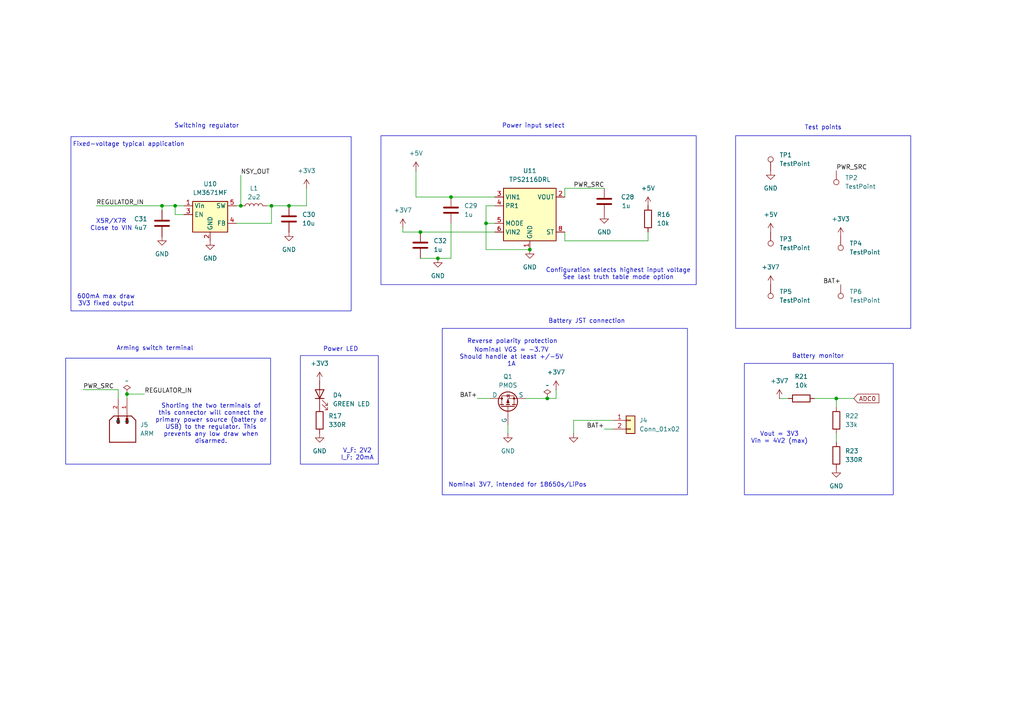
<source format=kicad_sch>
(kicad_sch (version 20231120) (generator "eeschema") (generator_version "8.0")
  (paper "A4")
  (title_block (title "Pygmy") (date "2024-11-13") (rev "A") (company "Matteo Golin"))
  (lib_symbols
    (symbol "1726480102:Minifit-JR-2pos" (pin_names (offset 1.016))
      (property "Reference" "J" (at 0 3.81 0))
      (property "Value" "Minifit-JR-2pos" (at 0 -7.62 0))
      (symbol "Minifit-JR-2pos_0_0"
        (polyline (pts (xy 0 -3.81) (xy 1.27 -5.08)) (stroke (width 0.254)))
        (polyline (pts (xy 0 -2.54) (xy 1.905 -2.54)) (stroke (width 0.254)))
        (polyline (pts (xy 0 0) (xy 0 -3.81)) (stroke (width 0.254)))
        (polyline (pts (xy 0 0) (xy 1.905 0)) (stroke (width 0.254)))
        (polyline (pts (xy 0 1.27) (xy 0 0)) (stroke (width 0.254)))
        (polyline (pts (xy 0 1.27) (xy 1.27 2.54)) (stroke (width 0.254)))
        (polyline (pts (xy 1.27 -5.08) (xy 7.62 -5.08)) (stroke (width 0.254)))
        (polyline (pts (xy 7.62 -5.08) (xy 7.62 2.54)) (stroke (width 0.254)))
        (polyline (pts (xy 7.62 2.54) (xy 1.27 2.54)) (stroke (width 0.254)))
        (rectangle (start 0.635 -2.8575) (end 2.2225 -2.2225) (stroke (width 0.1)) (fill (type outline)))
        (rectangle (start 0.635 -0.3175) (end 2.2225 0.3175) (stroke (width 0.1)) (fill (type outline)))
        (pin passive line (at -5.08 0 0) (length 5.08) (name "1") (number "1"))
        (pin passive line (at -5.08 -2.54 0) (length 5.08) (name "2") (number "2"))
      )
    )
    (symbol "Connector:TestPoint" (pin_numbers hide) (pin_names (offset 0.762) hide)
      (property "Reference" "TP" (at 0 6.858 0))
      (property "Value" "TestPoint" (at 0 5.08 0))
      (symbol "TestPoint_0_1"
        (circle (center 0 3.302) (radius 0.762))
      )
      (symbol "TestPoint_1_1"
        (pin passive line (at 0 0 90) (length 2.54) (name "1") (number "1"))
      )
    )
    (symbol "Connector_Generic:Conn_01x02" (pin_names (offset 1.016) hide)
      (property "Reference" "J" (at 0 2.54 0))
      (property "Value" "Conn_01x02" (at 0 -5.08 0))
      (symbol "Conn_01x02_1_1"
        (rectangle (start -1.27 -2.413) (end 0 -2.667) (stroke (width 0.1524)))
        (rectangle (start -1.27 0.127) (end 0 -0.127) (stroke (width 0.1524)))
        (rectangle (start -1.27 1.27) (end 1.27 -3.81) (stroke (width 0.254)) (fill (type background)))
        (pin passive line (at -5.08 0 0) (length 3.81) (name "Pin_1") (number "1"))
        (pin passive line (at -5.08 -2.54 0) (length 3.81) (name "Pin_2") (number "2"))
      )
    )
    (symbol "Device:C" (pin_numbers hide) (pin_names (offset 0.254))
      (property "Reference" "C" (at 0.635 2.54 0))
      (property "Value" "C" (at 0.635 -2.54 0))
      (symbol "C_0_1"
        (polyline (pts (xy -2.032 -0.762) (xy 2.032 -0.762)) (stroke (width 0.508)))
        (polyline (pts (xy -2.032 0.762) (xy 2.032 0.762)) (stroke (width 0.508)))
      )
      (symbol "C_1_1"
        (pin passive line (at 0 3.81 270) (length 2.794) (name "~") (number "1"))
        (pin passive line (at 0 -3.81 90) (length 2.794) (name "~") (number "2"))
      )
    )
    (symbol "Device:L" (pin_numbers hide) (pin_names (offset 1.016) hide)
      (property "Reference" "L" (at -1.27 0 90))
      (property "Value" "L" (at 1.905 0 90))
      (symbol "L_0_1"
        (arc (start 0 -2.54) (mid 0.6323 -1.905) (end 0 -1.27))
        (arc (start 0 -1.27) (mid 0.6323 -0.635) (end 0 0))
        (arc (start 0 0) (mid 0.6323 0.635) (end 0 1.27))
        (arc (start 0 1.27) (mid 0.6323 1.905) (end 0 2.54))
      )
      (symbol "L_1_1"
        (pin passive line (at 0 3.81 270) (length 1.27) (name "1") (number "1"))
        (pin passive line (at 0 -3.81 90) (length 1.27) (name "2") (number "2"))
      )
    )
    (symbol "Device:LED" (pin_numbers hide) (pin_names (offset 1.016) hide)
      (property "Reference" "D" (at 0 2.54 0))
      (property "Value" "LED" (at 0 -2.54 0))
      (symbol "LED_0_1"
        (polyline (pts (xy -1.27 -1.27) (xy -1.27 1.27)) (stroke (width 0.254)))
        (polyline (pts (xy -1.27 0) (xy 1.27 0)))
        (polyline (pts (xy 1.27 -1.27) (xy 1.27 1.27) (xy -1.27 0) (xy 1.27 -1.27)) (stroke (width 0.254)))
        (polyline (pts (xy -3.048 -0.762) (xy -4.572 -2.286) (xy -3.81 -2.286) (xy -4.572 -2.286) (xy -4.572 -1.524)))
        (polyline (pts (xy -1.778 -0.762) (xy -3.302 -2.286) (xy -2.54 -2.286) (xy -3.302 -2.286) (xy -3.302 -1.524)))
      )
      (symbol "LED_1_1"
        (pin passive line (at -3.81 0 0) (length 2.54) (name "K") (number "1"))
        (pin passive line (at 3.81 0 180) (length 2.54) (name "A") (number "2"))
      )
    )
    (symbol "Device:R" (pin_numbers hide) (pin_names (offset 0))
      (property "Reference" "R" (at 2.032 0 90))
      (property "Value" "R" (at 0 0 90))
      (symbol "R_0_1"
        (rectangle (start -1.016 -2.54) (end 1.016 2.54) (stroke (width 0.254)))
      )
      (symbol "R_1_1"
        (pin passive line (at 0 3.81 270) (length 1.27) (name "~") (number "1"))
        (pin passive line (at 0 -3.81 90) (length 1.27) (name "~") (number "2"))
      )
    )
    (symbol "Power_Management:TPS2116DRL"
      (property "Reference" "U" (at -7.874 9.144 0))
      (property "Value" "TPS2116DRL" (at 0.508 -8.89 0))
      (symbol "TPS2116DRL_0_1"
        (rectangle (start -7.62 7.62) (end 7.62 -7.62) (stroke (width 0.254)) (fill (type background)))
      )
      (symbol "TPS2116DRL_1_0"
        (pin power_out line (at 10.16 5.08 180) (length 2.54) hide (name "VOUT") (number "7"))
      )
      (symbol "TPS2116DRL_1_1"
        (pin power_in line (at 0 -10.16 90) (length 2.54) (name "GND") (number "1"))
        (pin power_out line (at 10.16 5.08 180) (length 2.54) (name "VOUT") (number "2"))
        (pin power_in line (at -10.16 5.08 0) (length 2.54) (name "VIN1") (number "3"))
        (pin input line (at -10.16 2.54 0) (length 2.54) (name "PR1") (number "4"))
        (pin input line (at -10.16 -2.54 0) (length 2.54) (name "MODE") (number "5"))
        (pin power_in line (at -10.16 -5.08 0) (length 2.54) (name "VIN2") (number "6"))
        (pin open_collector line (at 10.16 -5.08 180) (length 2.54) (name "ST") (number "8"))
      )
    )
    (symbol "Regulator_Switching:LM3670MF"
      (property "Reference" "U" (at -5.08 5.08 0))
      (property "Value" "LM3670MF" (at 0 5.08 0))
      (symbol "LM3670MF_0_1"
        (rectangle (start -5.08 3.81) (end 5.08 -5.08) (stroke (width 0.254)) (fill (type background)))
      )
      (symbol "LM3670MF_1_1"
        (pin power_in line (at -7.62 2.54 0) (length 2.54) (name "Vin") (number "1"))
        (pin power_in line (at 0 -7.62 90) (length 2.54) (name "GND") (number "2"))
        (pin input line (at -7.62 0 0) (length 2.54) (name "EN") (number "3"))
        (pin input line (at 7.62 -2.54 180) (length 2.54) (name "FB") (number "4"))
        (pin input line (at 7.62 2.54 180) (length 2.54) (name "SW") (number "5"))
      )
    )
    (symbol "Simulation_SPICE:PMOS" (pin_numbers hide) (pin_names (offset 0))
      (property "Reference" "Q1" (at 8.89 0 90))
      (property "Value" "PMOS" (at 6.35 0 90))
      (symbol "PMOS_0_1"
        (polyline (pts (xy 0.254 0) (xy -2.54 0)))
        (polyline (pts (xy 0.254 1.905) (xy 0.254 -1.905)) (stroke (width 0.254)))
        (polyline (pts (xy 0.762 -1.27) (xy 0.762 -2.286)) (stroke (width 0.254)))
        (polyline (pts (xy 0.762 0.508) (xy 0.762 -0.508)) (stroke (width 0.254)))
        (polyline (pts (xy 0.762 2.286) (xy 0.762 1.27)) (stroke (width 0.254)))
        (polyline (pts (xy 2.54 2.54) (xy 2.54 1.778)))
        (polyline (pts (xy 2.54 -2.54) (xy 2.54 0) (xy 0.762 0)))
        (polyline (pts (xy 0.762 1.778) (xy 3.302 1.778) (xy 3.302 -1.778) (xy 0.762 -1.778)))
        (polyline (pts (xy 2.286 0) (xy 1.27 0.381) (xy 1.27 -0.381) (xy 2.286 0)) (fill (type outline)))
        (polyline (pts (xy 2.794 -0.508) (xy 2.921 -0.381) (xy 3.683 -0.381) (xy 3.81 -0.254)))
        (polyline (pts (xy 3.302 -0.381) (xy 2.921 0.254) (xy 3.683 0.254) (xy 3.302 -0.381)))
        (circle (center 1.651 0) (radius 2.794) (stroke (width 0.254)))
        (circle (center 2.54 -1.778) (radius 0.254) (fill (type outline)))
        (circle (center 2.54 1.778) (radius 0.254) (fill (type outline)))
      )
      (symbol "PMOS_1_1"
        (pin input line (at -5.08 0 0) (length 2.54) (name "G") (number "1"))
        (pin passive line (at 2.54 -5.08 90) (length 2.54) (name "S") (number "2"))
        (pin passive line (at 2.54 5.08 270) (length 2.54) (name "D") (number "3"))
      )
    )
    (symbol "power:+3V3" (power) (pin_numbers hide) (pin_names (offset 0) hide)
      (property "Value" "+3V3" (at 0 3.556 0))
      (symbol "+3V3_0_1"
        (polyline (pts (xy -0.762 1.27) (xy 0 2.54)))
        (polyline (pts (xy 0 0) (xy 0 2.54)))
        (polyline (pts (xy 0 2.54) (xy 0.762 1.27)))
      )
      (symbol "+3V3_1_1"
        (pin power_in line (at 0 0 90) (length 0) (name "~") (number "1"))
      )
    )
    (symbol "power:+5V" (power) (pin_numbers hide) (pin_names (offset 0) hide)
      (property "Value" "+5V" (at 0 3.556 0))
      (symbol "+5V_0_1"
        (polyline (pts (xy -0.762 1.27) (xy 0 2.54)))
        (polyline (pts (xy 0 0) (xy 0 2.54)))
        (polyline (pts (xy 0 2.54) (xy 0.762 1.27)))
      )
      (symbol "+5V_1_1"
        (pin power_in line (at 0 0 90) (length 0) (name "~") (number "1"))
      )
    )
    (symbol "power:GND" (power) (pin_numbers hide) (pin_names (offset 0) hide)
      (property "Value" "GND" (at 0 -3.81 0))
      (symbol "GND_0_1"
        (polyline (pts (xy 0 0) (xy 0 -1.27) (xy 1.27 -1.27) (xy 0 -2.54) (xy -1.27 -1.27) (xy 0 -1.27)))
      )
      (symbol "GND_1_1"
        (pin power_in line (at 0 0 270) (length 0) (name "~") (number "1"))
      )
    )
    (symbol "power:PWR_FLAG" (power) (pin_numbers hide) (pin_names (offset 0) hide)
      (property "Value" "PWR_FLAG" (at 0 3.81 0))
      (symbol "PWR_FLAG_0_0"
        (pin power_out line (at 0 0 90) (length 0) (name "~") (number "1"))
      )
      (symbol "PWR_FLAG_0_1"
        (polyline (pts (xy 0 0) (xy 0 1.27) (xy -1.016 1.905) (xy 0 2.54) (xy 1.016 1.905) (xy 0 1.27)))
      )
    )
  )
  (junction (at 140.97 64.77))
  (junction (at 69.85 59.69))
  (junction (at 36.83 114.3))
  (junction (at 153.67 72.39))
  (junction (at 130.81 57.15))
  (junction (at 121.92 67.31))
  (junction (at 83.82 59.69))
  (junction (at 242.57 115.57))
  (junction (at 46.99 59.69))
  (junction (at 127 74.93))
  (junction (at 50.8 59.69))
  (junction (at 78.74 59.69))
  (junction (at 158.75 115.57))
  (wire (pts (xy 46.99 59.69) (xy 46.99 60.96)))
  (wire (pts (xy 116.84 66.04) (xy 116.84 67.31)))
  (wire (pts (xy 140.97 64.77) (xy 140.97 72.39)))
  (wire (pts (xy 127 74.93) (xy 121.92 74.93)))
  (wire (pts (xy 36.83 114.3) (xy 41.91 114.3)))
  (wire (pts (xy 163.83 54.61) (xy 163.83 57.15)))
  (wire (pts (xy 69.85 50.8) (xy 69.85 59.69)))
  (wire (pts (xy 187.96 69.85) (xy 187.96 67.31)))
  (wire (pts (xy 130.81 57.15) (xy 143.51 57.15)))
  (wire (pts (xy 242.57 115.57) (xy 247.65 115.57)))
  (wire (pts (xy 50.8 59.69) (xy 53.34 59.69)))
  (wire (pts (xy 78.74 59.69) (xy 78.74 64.77)))
  (wire (pts (xy 130.81 74.93) (xy 127 74.93)))
  (wire (pts (xy 34.29 113.03) (xy 34.29 115.57)))
  (wire (pts (xy 46.99 59.69) (xy 50.8 59.69)))
  (wire (pts (xy 78.74 59.69) (xy 83.82 59.69)))
  (wire (pts (xy 83.82 59.69) (xy 88.9 59.69)))
  (wire (pts (xy 166.37 121.92) (xy 166.37 125.73)))
  (wire (pts (xy 27.94 59.69) (xy 46.99 59.69)))
  (wire (pts (xy 140.97 59.69) (xy 140.97 64.77)))
  (wire (pts (xy 121.92 67.31) (xy 143.51 67.31)))
  (wire (pts (xy 163.83 69.85) (xy 163.83 67.31)))
  (wire (pts (xy 120.65 57.15) (xy 130.81 57.15)))
  (wire (pts (xy 69.85 59.69) (xy 68.58 59.69)))
  (wire (pts (xy 236.22 115.57) (xy 242.57 115.57)))
  (wire (pts (xy 34.29 113.03) (xy 24.13 113.03)))
  (wire (pts (xy 166.37 121.92) (xy 177.8 121.92)))
  (wire (pts (xy 140.97 72.39) (xy 153.67 72.39)))
  (wire (pts (xy 161.29 113.03) (xy 161.29 115.57)))
  (wire (pts (xy 130.81 64.77) (xy 130.81 74.93)))
  (wire (pts (xy 163.83 54.61) (xy 175.26 54.61)))
  (wire (pts (xy 175.26 124.46) (xy 177.8 124.46)))
  (wire (pts (xy 147.32 125.73) (xy 147.32 123.19)))
  (wire (pts (xy 143.51 59.69) (xy 140.97 59.69)))
  (wire (pts (xy 88.9 54.61) (xy 88.9 59.69)))
  (wire (pts (xy 68.58 64.77) (xy 78.74 64.77)))
  (wire (pts (xy 78.74 59.69) (xy 77.47 59.69)))
  (wire (pts (xy 161.29 115.57) (xy 158.75 115.57)))
  (wire (pts (xy 36.83 114.3) (xy 36.83 115.57)))
  (wire (pts (xy 226.06 115.57) (xy 228.6 115.57)))
  (wire (pts (xy 242.57 125.73) (xy 242.57 128.27)))
  (wire (pts (xy 242.57 115.57) (xy 242.57 118.11)))
  (wire (pts (xy 163.83 69.85) (xy 187.96 69.85)))
  (wire (pts (xy 53.34 62.23) (xy 50.8 62.23)))
  (wire (pts (xy 142.24 115.57) (xy 138.43 115.57)))
  (wire (pts (xy 120.65 49.53) (xy 120.65 57.15)))
  (wire (pts (xy 116.84 67.31) (xy 121.92 67.31)))
  (wire (pts (xy 50.8 62.23) (xy 50.8 59.69)))
  (wire (pts (xy 158.75 115.57) (xy 152.4 115.57)))
  (wire (pts (xy 143.51 64.77) (xy 140.97 64.77)))
  (rectangle (start 87.122 103.124) (end 109.728 134.62))
  (rectangle (start 20.574 39.624) (end 101.854 90.17))
  (rectangle (start 128.27 95.25) (end 199.39 143.51))
  (rectangle (start 215.9 105.41) (end 259.08 143.51))
  (rectangle (start 110.49 39.37) (end 201.93 82.55))
  (rectangle (start 19.05 103.886) (end 78.486 134.62))
  (rectangle (start 213.36 39.37) (end 264.16 95.25))
  (text "Arming switch terminal" (at 44.958 101.092 0) (effects (font (size 1.27 1.27))))
  (text "V_F: 2V2\nI_F: 20mA" (at 103.632 131.826 0) (effects (font (size 1.27 1.27))))
  (text "Switching regulator" (at 59.944 36.576 0) (effects (font (size 1.27 1.27))))
  (text "Nominal VGS = -3.7V\nShould handle at least +/-5V\n1A" (at 148.336 103.632 0) (effects (font (size 1.27 1.27))))
  (text "Configuration selects highest input voltage\nSee last truth table mode option" (at 179.324 79.502 0) (effects (font (size 1.27 1.27))))
  (text "Vout = 3V3\nVin = 4V2 (max)" (at 226.06 127 0) (effects (font (size 1.27 1.27))))
  (text "Shorting the two terminals of\nthis connector will connect the\nprimary power source (battery or\nUSB) to the regulator. This\nprevents any low draw when\ndisarmed." (at 61.214 122.936 0) (effects (font (size 1.27 1.27))))
  (text "600mA max draw\n3V3 fixed output" (at 30.734 87.122 0) (effects (font (size 1.27 1.27))))
  (text "Nominal 3V7, intended for 18650s/LiPos" (at 150.114 140.716 0) (effects (font (size 1.27 1.27))))
  (text "Fixed-voltage typical application" (at 37.338 41.91 0) (effects (font (size 1.27 1.27))))
  (text "Test points" (at 238.76 37.084 0) (effects (font (size 1.27 1.27))))
  (text "Power input select" (at 154.686 36.576 0) (effects (font (size 1.27 1.27))))
  (text "X5R/X7R\nClose to VIN" (at 32.258 65.278 0) (effects (font (size 1.27 1.27))))
  (text "Battery JST connection" (at 170.18 93.218 0) (effects (font (size 1.27 1.27))))
  (text "Power LED" (at 98.806 101.346 0) (effects (font (size 1.27 1.27))))
  (text "Reverse polarity protection" (at 148.59 99.06 0) (effects (font (size 1.27 1.27))))
  (text "Battery monitor" (at 237.236 103.378 0) (effects (font (size 1.27 1.27))))
  (label "PWR_SRC" (at 175.26 54.61 180))
  (label "PWR_SRC" (at 242.57 49.53 0))
  (label "REGULATOR_IN" (at 41.91 114.3 0))
  (label "NSY_OUT" (at 69.85 50.8 0))
  (label "BAT+" (at 138.43 115.57 180))
  (label "REGULATOR_IN" (at 27.94 59.69 0))
  (label "BAT+" (at 175.26 124.46 180))
  (label "PWR_SRC" (at 24.13 113.03 0))
  (label "BAT+" (at 243.84 82.55 180))
  (global_label "ADC0" (shape input) (at 247.65 115.57 0) (property "Intersheetrefs" "${INTERSHEET_REFS}" (effects (hide yes))))
  (symbol (lib_id "power:GND") (at 242.57 135.89 0) (unit 1)
    (property "Reference" "#PWR081" (effects (hide yes)))
    (property "Value" "GND" (at 242.57 140.97 0))
    (property "Description" "Power symbol creates a global label with name \"GND\" , ground" (effects (hide yes)))
  )
  (symbol (lib_id "power:GND") (at 83.82 67.31 0) (unit 1)
    (property "Reference" "#PWR068" (effects (hide yes)))
    (property "Value" "GND" (at 83.82 72.39 0))
    (property "Description" "Power symbol creates a global label with name \"GND\" , ground" (effects (hide yes)))
  )
  (symbol (lib_id "Connector:TestPoint") (at 223.52 67.31 180) (unit 1)
    (property "Reference" "TP3" (at 226.06 69.3419 0) (effects (justify right)))
    (property "Value" "TestPoint" (at 226.06 71.8819 0) (effects (justify right)))
    (property "Footprint" "TestPoint:TestPoint_Pad_D1.0mm" (effects (hide yes)))
    (property "Description" "test point" (effects (hide yes)))
  )
  (symbol (lib_id "power:GND") (at 175.26 62.23 0) (unit 1)
    (property "Reference" "#PWR066" (effects (hide yes)))
    (property "Value" "GND" (at 175.26 67.31 0))
    (property "Description" "Power symbol creates a global label with name \"GND\" , ground" (effects (hide yes)))
  )
  (symbol (lib_id "power:PWR_FLAG") (at 158.75 115.57 0) (unit 1)
    (property "Reference" "#FLG04" (effects (hide yes)))
    (property "Value" "~" (at 158.75 111.76 0))
    (property "Description" "Special symbol for telling ERC where power comes from" (effects (hide yes)))
  )
  (symbol (lib_id "Device:R") (at 242.57 132.08 0) (unit 1)
    (property "Reference" "R23" (at 245.11 130.8099 0) (effects (justify left)))
    (property "Value" "330R" (at 245.11 133.3499 0) (effects (justify left)))
    (property "Footprint" "Resistor_SMD:R_0402_1005Metric" (effects (hide yes)))
    (property "Datasheet" "https://www.we-online.com/components/products/datasheet/560112110231.pdf" (effects (hide yes)))
    (property "Description" "Resistor" (effects (hide yes)))
    (property "MP" "560112110231" (effects (hide yes)))
  )
  (symbol (lib_id "Connector:TestPoint") (at 243.84 82.55 180) (unit 1)
    (property "Reference" "TP6" (at 246.38 84.5819 0) (effects (justify right)))
    (property "Value" "TestPoint" (at 246.38 87.1219 0) (effects (justify right)))
    (property "Footprint" "TestPoint:TestPoint_Pad_D1.5mm" (effects (hide yes)))
    (property "Description" "test point" (effects (hide yes)))
  )
  (symbol (lib_id "Device:R") (at 242.57 121.92 0) (unit 1)
    (property "Reference" "R22" (at 245.11 120.6499 0) (effects (justify left)))
    (property "Value" "33k" (at 245.11 123.1899 0) (effects (justify left)))
    (property "Footprint" "Resistor_SMD:R_0402_1005Metric" (effects (hide yes)))
    (property "Datasheet" "https://www.mouser.ca/datasheet/2/210/ASC_MR-3314715.pdf" (effects (hide yes)))
    (property "Description" "Resistor" (effects (hide yes)))
    (property "MP" "MR04X3302FTL" (effects (hide yes)))
  )
  (symbol (lib_id "1726480102:Minifit-JR-2pos") (at 36.83 120.65 270) (unit 1)
    (property "Reference" "J5" (at 40.64 123.1899 90) (effects (justify left)))
    (property "Value" "ARM" (at 40.64 125.7299 90) (effects (justify left)))
    (property "Footprint" "TerminalBlock_Phoenix:TerminalBlock_Phoenix_MPT-0,5-2-2.54_1x02_P2.54mm_Horizontal" (effects (hide yes)))
    (property "Datasheet" "https://www.phoenixcontact.com/us/products/1725656/pdf" (effects (hide yes)))
    (property "PARTREV" "A2" (effects (hide yes)))
    (property "STANDARD" "Manufacturer Recommendations" (effects (hide yes)))
    (property "MAXIMUM_PACKAGE_HEIGHT" "7.20mm" (effects (hide yes)))
    (property "MANUFACTURER" "Molex" (effects (hide yes)))
    (property "MP" "1725656" (effects (hide yes)))
  )
  (symbol (lib_id "Simulation_SPICE:PMOS") (at 147.32 118.11 90) (unit 1)
    (property "Reference" "Q1" (at 147.32 109.22 90))
    (property "Value" "PMOS" (at 147.32 111.76 90))
    (property "Footprint" "Package_TO_SOT_SMD:SOT-23-3" (effects (hide yes)))
    (property "Datasheet" "https://www.vishay.com/doc?67690" (effects (hide yes)))
    (property "Description" "P-MOSFET transistor, drain/source/gate" (effects (hide yes)))
    (property "Sim.Device" "PMOS" (effects (hide yes)))
    (property "Sim.Type" "VDMOS" (effects (hide yes)))
    (property "Sim.Pins" "1=G 2=S 3=D" (effects (hide yes)))
    (property "MP" "SI2329DS-T1-GE3" (effects (hide yes)))
  )
  (symbol (lib_id "power:+3V3") (at 92.71 110.49 0) (unit 1)
    (property "Reference" "#PWR073" (effects (hide yes)))
    (property "Value" "+3V3" (at 92.71 105.41 0))
    (property "Description" "Power symbol creates a global label with name \"+3V3\"" (effects (hide yes)))
  )
  (symbol (lib_id "Device:R") (at 187.96 63.5 0) (unit 1)
    (property "Reference" "R16" (at 190.5 62.2299 0) (effects (justify left)))
    (property "Value" "10k" (at 190.5 64.7699 0) (effects (justify left)))
    (property "Footprint" "Resistor_SMD:R_0402_1005Metric" (effects (hide yes)))
    (property "Datasheet" "https://www.rohm.com/datasheet?p=SFR01MZPJ&dist=Mouser&media=referral&source=mouser.com&campaign=Mouser" (effects (hide yes)))
    (property "Description" "Resistor" (effects (hide yes)))
    (property "MP" "SFR01MZPJ103" (effects (hide yes)))
  )
  (symbol (lib_id "Device:C") (at 46.99 64.77 0) (unit 1)
    (property "Reference" "C31" (at 38.862 63.5 0) (effects (justify left)))
    (property "Value" "4u7" (at 38.862 66.04 0) (effects (justify left)))
    (property "Footprint" "Capacitor_SMD:C_0603_1608Metric" (effects (hide yes)))
    (property "Datasheet" "https://product.tdk.com/system/files/dam/doc/product/capacitor/ceramic/mlcc/catalog/mlcc_automotive_general_en.pdf?ref_disty=mouser" (effects (hide yes)))
    (property "Description" "Unpolarized capacitor" (effects (hide yes)))
    (property "MP" "CGA3E1X5R0J475K080AC" (effects (hide yes)))
  )
  (symbol (lib_id "Power_Management:TPS2116DRL") (at 153.67 62.23 0) (unit 1)
    (property "Reference" "U11" (at 153.67 49.53 0))
    (property "Value" "TPS2116DRL" (at 153.67 52.07 0))
    (property "Footprint" "Package_TO_SOT_SMD:SOT-583-8" (effects (hide yes)))
    (property "Datasheet" "https://www.ti.com/lit/ds/symlink/tps2116.pdf" (effects (hide yes)))
    (property "Description" "2 Channnels Power Mux with Manual and Priority Switchover, 1.6-5.5V Input Voltage, 2.5A Output Current, Ron 40 mOhm, SOT-583-8" (effects (hide yes)))
    (property "MP" "TPS2116DRLR" (effects (hide yes)))
  )
  (symbol (lib_id "power:+3V3") (at 161.29 113.03 0) (unit 1)
    (property "Reference" "#PWR077" (effects (hide yes)))
    (property "Value" "+3V7" (at 161.29 107.95 0))
    (property "Description" "Power symbol creates a global label with name \"+3V3\"" (effects (hide yes)))
  )
  (symbol (lib_id "power:GND") (at 92.71 125.73 0) (unit 1)
    (property "Reference" "#PWR074" (effects (hide yes)))
    (property "Value" "GND" (at 92.71 130.81 0))
    (property "Description" "Power symbol creates a global label with name \"GND\" , ground" (effects (hide yes)))
  )
  (symbol (lib_id "Device:R") (at 92.71 121.92 0) (unit 1)
    (property "Reference" "R17" (at 95.25 120.6499 0) (effects (justify left)))
    (property "Value" "330R" (at 95.25 123.1899 0) (effects (justify left)))
    (property "Footprint" "Resistor_SMD:R_0402_1005Metric" (effects (hide yes)))
    (property "Datasheet" "https://www.we-online.com/components/products/datasheet/560112110231.pdf" (effects (hide yes)))
    (property "Description" "Resistor" (effects (hide yes)))
    (property "MP" "560112110231" (effects (hide yes)))
  )
  (symbol (lib_id "power:GND") (at 46.99 68.58 0) (unit 1)
    (property "Reference" "#PWR069" (effects (hide yes)))
    (property "Value" "GND" (at 46.99 73.66 0))
    (property "Description" "Power symbol creates a global label with name \"GND\" , ground" (effects (hide yes)))
  )
  (symbol (lib_id "Connector:TestPoint") (at 223.52 82.55 180) (unit 1)
    (property "Reference" "TP5" (at 226.06 84.5819 0) (effects (justify right)))
    (property "Value" "TestPoint" (at 226.06 87.1219 0) (effects (justify right)))
    (property "Footprint" "TestPoint:TestPoint_Pad_D1.5mm" (effects (hide yes)))
    (property "Description" "test point" (effects (hide yes)))
  )
  (symbol (lib_id "power:GND") (at 153.67 72.39 0) (unit 1)
    (property "Reference" "#PWR071" (effects (hide yes)))
    (property "Value" "GND" (at 153.67 77.47 0))
    (property "Description" "Power symbol creates a global label with name \"GND\" , ground" (effects (hide yes)))
  )
  (symbol (lib_id "Connector_Generic:Conn_01x02") (at 182.88 121.92 0) (unit 1)
    (property "Reference" "J4" (at 185.42 121.9199 0) (effects (justify left)))
    (property "Value" "Conn_01x02" (at 185.42 124.4599 0) (effects (justify left)))
    (property "Footprint" "Connector_JST:JST_PH_S2B-PH-K_1x02_P2.00mm_Horizontal" (effects (hide yes)))
    (property "Datasheet" "https://www.mouser.ca/datasheet/2/564/ePH-3433490.pdf" (effects (hide yes)))
    (property "Description" "Generic connector, single row, 01x02, script generated (kicad-library-utils/schlib/autogen/connector/)" (effects (hide yes)))
    (property "MP" "S2B-PH-K-S(LF)(SN)(PP)" (effects (hide yes)))
  )
  (symbol (lib_id "power:+5V") (at 187.96 59.69 0) (unit 1)
    (property "Reference" "#PWR065" (effects (hide yes)))
    (property "Value" "+5V" (at 187.96 54.61 0))
    (property "Description" "Power symbol creates a global label with name \"+5V\"" (effects (hide yes)))
  )
  (symbol (lib_id "power:GND") (at 127 74.93 0) (unit 1)
    (property "Reference" "#PWR072" (effects (hide yes)))
    (property "Value" "GND" (at 127 80.01 0))
    (property "Description" "Power symbol creates a global label with name \"GND\" , ground" (effects (hide yes)))
  )
  (symbol (lib_id "power:+3V3") (at 223.52 82.55 0) (unit 1)
    (property "Reference" "#PWR078" (effects (hide yes)))
    (property "Value" "+3V7" (at 223.52 77.47 0))
    (property "Description" "Power symbol creates a global label with name \"+3V3\"" (effects (hide yes)))
  )
  (symbol (lib_id "power:+5V") (at 120.65 49.53 0) (unit 1)
    (property "Reference" "#PWR062" (effects (hide yes)))
    (property "Value" "+5V" (at 120.65 44.45 0))
    (property "Description" "Power symbol creates a global label with name \"+5V\"" (effects (hide yes)))
  )
  (symbol (lib_id "Device:L") (at 73.66 59.69 90) (unit 1)
    (property "Reference" "L1" (at 73.66 54.61 90))
    (property "Value" "2u2" (at 73.66 57.15 90))
    (property "Footprint" "LPO3310-222MLC:LPO3310222MLC" (effects (hide yes)))
    (property "Datasheet" "https://www.mouser.ca/datasheet/2/597/lpo3310-463438.pdf" (effects (hide yes)))
    (property "Description" "Inductor" (effects (hide yes)))
    (property "MP" "LPO3310-222MLC" (effects (hide yes)))
  )
  (symbol (lib_id "power:+3V3") (at 88.9 54.61 0) (unit 1)
    (property "Reference" "#PWR064" (effects (hide yes)))
    (property "Value" "+3V3" (at 88.9 49.53 0))
    (property "Description" "Power symbol creates a global label with name \"+3V3\"" (effects (hide yes)))
  )
  (symbol (lib_id "Device:R") (at 232.41 115.57 270) (unit 1)
    (property "Reference" "R21" (at 232.41 109.22 90))
    (property "Value" "10k" (at 232.41 111.76 90))
    (property "Footprint" "Resistor_SMD:R_0402_1005Metric" (effects (hide yes)))
    (property "Datasheet" "https://www.rohm.com/datasheet?p=SFR01MZPJ&dist=Mouser&media=referral&source=mouser.com&campaign=Mouser" (effects (hide yes)))
    (property "Description" "Resistor" (effects (hide yes)))
    (property "MP" "SFR01MZPJ103" (effects (hide yes)))
  )
  (symbol (lib_id "power:GND") (at 60.96 69.85 0) (unit 1)
    (property "Reference" "#PWR070" (effects (hide yes)))
    (property "Value" "GND" (at 60.96 74.93 0))
    (property "Description" "Power symbol creates a global label with name \"GND\" , ground" (effects (hide yes)))
  )
  (symbol (lib_id "Device:LED") (at 92.71 114.3 90) (unit 1)
    (property "Reference" "D4" (at 96.52 114.6174 90) (effects (justify right)))
    (property "Value" "GREEN LED" (at 96.52 117.1574 90) (effects (justify right)))
    (property "Footprint" "LED_SMD:LED_0805_2012Metric" (effects (hide yes)))
    (property "Datasheet" "https://www.mouser.ca/datasheet/2/588/prd_pim_datasheet_2191277_EN_pdf-3419125.pdf" (effects (hide yes)))
    (property "Description" "Light emitting diode" (effects (hide yes)))
    (property "MP" "LG R971-KN-1" (effects (hide yes)))
  )
  (symbol (lib_id "Connector:TestPoint") (at 243.84 68.58 180) (unit 1)
    (property "Reference" "TP4" (at 246.38 70.6119 0) (effects (justify right)))
    (property "Value" "TestPoint" (at 246.38 73.1519 0) (effects (justify right)))
    (property "Footprint" "TestPoint:TestPoint_Pad_D1.5mm" (effects (hide yes)))
    (property "Description" "test point" (effects (hide yes)))
  )
  (symbol (lib_id "power:+5V") (at 223.52 67.31 0) (unit 1)
    (property "Reference" "#PWR079" (effects (hide yes)))
    (property "Value" "+5V" (at 223.52 62.23 0))
    (property "Description" "Power symbol creates a global label with name \"+5V\"" (effects (hide yes)))
  )
  (symbol (lib_id "Connector:TestPoint") (at 223.52 49.53 0) (unit 1)
    (property "Reference" "TP1" (at 226.06 44.9579 0) (effects (justify left)))
    (property "Value" "TestPoint" (at 226.06 47.4979 0) (effects (justify left)))
    (property "Footprint" "TestPoint:TestPoint_Pad_D1.5mm" (effects (hide yes)))
    (property "Description" "test point" (effects (hide yes)))
  )
  (symbol (lib_id "Device:C") (at 130.81 60.96 0) (unit 1)
    (property "Reference" "C29" (at 134.62 59.6899 0) (effects (justify left)))
    (property "Value" "1u" (at 134.62 62.2299 0) (effects (justify left)))
    (property "Footprint" "Capacitor_SMD:C_0603_1608Metric" (effects (hide yes)))
    (property "Datasheet" "https://www.mouser.ca/datasheet/2/40/KGM_X7R-3223212.pdf" (effects (hide yes)))
    (property "Description" "Unpolarized capacitor" (effects (hide yes)))
    (property "MP" "06036C105MAT2A" (effects (hide yes)))
  )
  (symbol (lib_id "Device:C") (at 121.92 71.12 0) (unit 1)
    (property "Reference" "C32" (at 125.73 69.8499 0) (effects (justify left)))
    (property "Value" "1u" (at 125.73 72.3899 0) (effects (justify left)))
    (property "Footprint" "Capacitor_SMD:C_0603_1608Metric" (effects (hide yes)))
    (property "Datasheet" "https://www.mouser.ca/datasheet/2/40/KGM_X7R-3223212.pdf" (effects (hide yes)))
    (property "Description" "Unpolarized capacitor" (effects (hide yes)))
    (property "MP" "06036C105MAT2A" (effects (hide yes)))
  )
  (symbol (lib_id "power:GND") (at 166.37 125.73 0) (unit 1)
    (property "Reference" "#PWR061" (effects (hide yes)))
    (property "Value" "GND" (effects (hide yes)))
    (property "Description" "Power symbol creates a global label with name \"GND\" , ground" (effects (hide yes)))
  )
  (symbol (lib_id "power:PWR_FLAG") (at 36.83 114.3 0) (unit 1)
    (property "Reference" "#FLG03" (effects (hide yes)))
    (property "Value" "~" (at 36.83 110.49 0))
    (property "Description" "Special symbol for telling ERC where power comes from" (effects (hide yes)))
  )
  (symbol (lib_id "Device:C") (at 175.26 58.42 0) (unit 1)
    (property "Reference" "C28" (at 180.086 57.15 0) (effects (justify left)))
    (property "Value" "1u" (at 180.34 59.69 0) (effects (justify left)))
    (property "Footprint" "Capacitor_SMD:C_0603_1608Metric" (effects (hide yes)))
    (property "Datasheet" "https://www.mouser.ca/datasheet/2/40/KGM_X7R-3223212.pdf" (effects (hide yes)))
    (property "Description" "Unpolarized capacitor" (effects (hide yes)))
    (property "MP" "06036C105MAT2A" (effects (hide yes)))
  )
  (symbol (lib_id "power:GND") (at 147.32 125.73 0) (unit 1)
    (property "Reference" "#PWR076" (effects (hide yes)))
    (property "Value" "GND" (at 147.32 130.81 0))
    (property "Description" "Power symbol creates a global label with name \"GND\" , ground" (effects (hide yes)))
  )
  (symbol (lib_id "power:+3V3") (at 243.84 68.58 0) (unit 1)
    (property "Reference" "#PWR080" (effects (hide yes)))
    (property "Value" "+3V3" (at 243.84 63.5 0))
    (property "Description" "Power symbol creates a global label with name \"+3V3\"" (effects (hide yes)))
  )
  (symbol (lib_id "Device:C") (at 83.82 63.5 0) (unit 1)
    (property "Reference" "C30" (at 87.63 62.2299 0) (effects (justify left)))
    (property "Value" "10u" (at 87.63 64.7699 0) (effects (justify left)))
    (property "Footprint" "Capacitor_SMD:C_0603_1608Metric" (effects (hide yes)))
    (property "Datasheet" "https://product.tdk.com/system/files/dam/doc/product/capacitor/ceramic/mlcc/catalog/mlcc_commercial_general_en.pdf?ref_disty=mouser" (effects (hide yes)))
    (property "Description" "Unpolarized capacitor" (effects (hide yes)))
    (property "MP" "C1608X5R0J106K080AB" (effects (hide yes)))
  )
  (symbol (lib_id "Connector:TestPoint") (at 242.57 49.53 180) (unit 1)
    (property "Reference" "TP2" (at 245.11 51.5619 0) (effects (justify right)))
    (property "Value" "TestPoint" (at 245.11 54.1019 0) (effects (justify right)))
    (property "Footprint" "TestPoint:TestPoint_Pad_D1.5mm" (effects (hide yes)))
    (property "Description" "test point" (effects (hide yes)))
  )
  (symbol (lib_id "power:+3V3") (at 226.06 115.57 0) (unit 1)
    (property "Reference" "#PWR082" (effects (hide yes)))
    (property "Value" "+3V7" (at 226.06 110.49 0))
    (property "Description" "Power symbol creates a global label with name \"+3V3\"" (effects (hide yes)))
  )
  (symbol (lib_id "power:GND") (at 223.52 49.53 0) (unit 1)
    (property "Reference" "#PWR063" (effects (hide yes)))
    (property "Value" "GND" (at 223.52 54.61 0))
    (property "Description" "Power symbol creates a global label with name \"GND\" , ground" (effects (hide yes)))
  )
  (symbol (lib_id "power:+3V3") (at 116.84 66.04 0) (unit 1)
    (property "Reference" "#PWR067" (effects (hide yes)))
    (property "Value" "+3V7" (at 116.84 60.96 0))
    (property "Description" "Power symbol creates a global label with name \"+3V3\"" (effects (hide yes)))
  )
  (symbol (lib_id "Regulator_Switching:LM3670MF") (at 60.96 62.23 0) (unit 1)
    (property "Reference" "U10" (at 60.96 53.34 0))
    (property "Value" "LM3671MF" (at 60.96 55.88 0))
    (property "Footprint" "Package_TO_SOT_SMD:TSOT-23-5" (effects (hide yes)))
    (property "Datasheet" "http://www.ti.com/lit/ds/symlink/lm3670.pdf" (effects (hide yes)))
    (property "Description" "Miniature Step-Down DC-DC Converter for Ultralow Voltage Circuits, 2.5V < Vin < 5.5V, adjustable output voltage, SOT-23-5" (effects (hide yes)))
    (property "MP" "LM3671MF-3.3/NOPB" (effects (hide yes)))
  )
)
</source>
